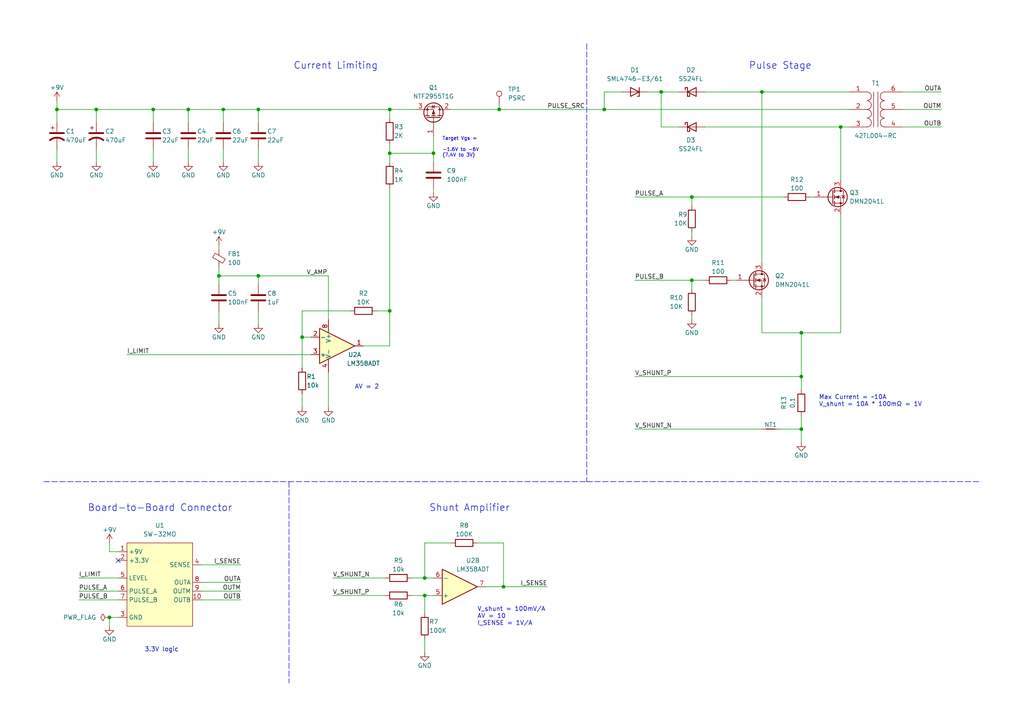
<source format=kicad_sch>
(kicad_sch (version 20211123) (generator eeschema)
  (paper "A4")
  (title_block (title "SW2O1") (date "2022-12-23") (rev "1") (company "saawsm") (comment 3 "SOT-223 Variant") (comment 4 "A single channel e-stim output module for the SW2X driver board"))
  (lib_symbols
    (symbol "Amplifier_Operational:LMC6482" (pin_names (offset 0.127))
      (property "Reference" "U" (at 0 5.08 0))
      (property "Value" "LMC6482" (at 0 -5.08 0))
      (symbol "LMC6482_1_1"
        (polyline (pts (xy -5.08 5.08) (xy 5.08 0) (xy -5.08 -5.08) (xy -5.08 5.08)) (stroke (width 0.254)) (fill (type background)))
        (pin output line (at 7.62 0 180) (length 2.54) (name "~") (number "1"))
        (pin input line (at -7.62 -2.54 0) (length 2.54) (name "-") (number "2"))
        (pin input line (at -7.62 2.54 0) (length 2.54) (name "+") (number "3"))
      )
      (symbol "LMC6482_2_1"
        (polyline (pts (xy -5.08 5.08) (xy 5.08 0) (xy -5.08 -5.08) (xy -5.08 5.08)) (stroke (width 0.254)) (fill (type background)))
        (pin input line (at -7.62 2.54 0) (length 2.54) (name "+") (number "5"))
        (pin input line (at -7.62 -2.54 0) (length 2.54) (name "-") (number "6"))
        (pin output line (at 7.62 0 180) (length 2.54) (name "~") (number "7"))
      )
      (symbol "LMC6482_3_1"
        (pin power_in line (at -2.54 -7.62 90) (length 3.81) (name "V-") (number "4"))
        (pin power_in line (at -2.54 7.62 270) (length 3.81) (name "V+") (number "8"))
      )
    )
    (symbol "Connector:TestPoint" (pin_numbers hide) (pin_names (offset 0.762) hide)
      (property "Reference" "TP" (at 0 6.858 0))
      (property "Value" "TestPoint" (at 0 5.08 0))
      (symbol "TestPoint_0_1"
        (circle (center 0 3.302) (radius 0.762))
      )
      (symbol "TestPoint_1_1"
        (pin passive line (at 0 0 90) (length 2.54) (name "1") (number "1"))
      )
    )
    (symbol "Device:C" (pin_numbers hide) (pin_names (offset 0.254))
      (property "Reference" "C" (at 0.635 2.54 0))
      (property "Value" "C" (at 0.635 -2.54 0))
      (symbol "C_0_1"
        (polyline (pts (xy -2.032 -0.762) (xy 2.032 -0.762)) (stroke (width 0.508)))
        (polyline (pts (xy -2.032 0.762) (xy 2.032 0.762)) (stroke (width 0.508)))
      )
      (symbol "C_1_1"
        (pin passive line (at 0 3.81 270) (length 2.794) (name "~") (number "1"))
        (pin passive line (at 0 -3.81 90) (length 2.794) (name "~") (number "2"))
      )
    )
    (symbol "Device:C_Polarized_US" (pin_numbers hide) (pin_names (offset 0.254) hide)
      (property "Reference" "C" (at 0.635 2.54 0))
      (property "Value" "C_Polarized_US" (at 0.635 -2.54 0))
      (symbol "C_Polarized_US_0_1"
        (polyline (pts (xy -2.032 0.762) (xy 2.032 0.762)) (stroke (width 0.508)))
        (polyline (pts (xy -1.778 2.286) (xy -0.762 2.286)))
        (polyline (pts (xy -1.27 1.778) (xy -1.27 2.794)))
        (arc (start 2.032 -1.27) (mid 0 -0.5572) (end -2.032 -1.27) (stroke (width 0.508)))
      )
      (symbol "C_Polarized_US_1_1"
        (pin passive line (at 0 3.81 270) (length 2.794) (name "~") (number "1"))
        (pin passive line (at 0 -3.81 90) (length 3.302) (name "~") (number "2"))
      )
    )
    (symbol "Device:D_Schottky" (pin_numbers hide) (pin_names (offset 1.016) hide)
      (property "Reference" "D" (at 0 2.54 0))
      (property "Value" "D_Schottky" (at 0 -2.54 0))
      (symbol "D_Schottky_0_1"
        (polyline (pts (xy 1.27 0) (xy -1.27 0)))
        (polyline (pts (xy 1.27 1.27) (xy 1.27 -1.27) (xy -1.27 0) (xy 1.27 1.27)) (stroke (width 0.254)))
        (polyline (pts (xy -1.905 0.635) (xy -1.905 1.27) (xy -1.27 1.27) (xy -1.27 -1.27) (xy -0.635 -1.27) (xy -0.635 -0.635)) (stroke (width 0.254)))
      )
      (symbol "D_Schottky_1_1"
        (pin passive line (at -3.81 0 0) (length 2.54) (name "K") (number "1"))
        (pin passive line (at 3.81 0 180) (length 2.54) (name "A") (number "2"))
      )
    )
    (symbol "Device:D_Zener" (pin_numbers hide) (pin_names (offset 1.016) hide)
      (property "Reference" "D" (at 0 2.54 0))
      (property "Value" "D_Zener" (at 0 -2.54 0))
      (symbol "D_Zener_0_1"
        (polyline (pts (xy 1.27 0) (xy -1.27 0)))
        (polyline (pts (xy -1.27 -1.27) (xy -1.27 1.27) (xy -0.762 1.27)) (stroke (width 0.254)))
        (polyline (pts (xy 1.27 -1.27) (xy 1.27 1.27) (xy -1.27 0) (xy 1.27 -1.27)) (stroke (width 0.254)))
      )
      (symbol "D_Zener_1_1"
        (pin passive line (at -3.81 0 0) (length 2.54) (name "K") (number "1"))
        (pin passive line (at 3.81 0 180) (length 2.54) (name "A") (number "2"))
      )
    )
    (symbol "Device:FerriteBead_Small" (pin_numbers hide) (pin_names (offset 0))
      (property "Reference" "FB" (at 1.905 1.27 0))
      (property "Value" "FerriteBead_Small" (at 1.905 -1.27 0))
      (symbol "FerriteBead_Small_0_1"
        (polyline (pts (xy 0 -1.27) (xy 0 -0.7874)))
        (polyline (pts (xy 0 0.889) (xy 0 1.2954)))
        (polyline (pts (xy -1.8288 0.2794) (xy -1.1176 1.4986) (xy 1.8288 -0.2032) (xy 1.1176 -1.4224) (xy -1.8288 0.2794)))
      )
      (symbol "FerriteBead_Small_1_1"
        (pin passive line (at 0 2.54 270) (length 1.27) (name "~") (number "1"))
        (pin passive line (at 0 -2.54 90) (length 1.27) (name "~") (number "2"))
      )
    )
    (symbol "Device:NetTie_2" (pin_numbers hide) (pin_names (offset 0) hide)
      (property "Reference" "NT" (at 0 1.27 0))
      (property "Value" "NetTie_2" (at 0 -1.27 0))
      (symbol "NetTie_2_0_1"
        (polyline (pts (xy -1.27 0) (xy 1.27 0)) (stroke (width 0.254)))
      )
      (symbol "NetTie_2_1_1"
        (pin passive line (at -2.54 0 0) (length 2.54) (name "1") (number "1"))
        (pin passive line (at 2.54 0 180) (length 2.54) (name "2") (number "2"))
      )
    )
    (symbol "Device:Q_PMOS_GDS" (pin_names (offset 0) hide)
      (property "Reference" "Q" (at 5.08 1.27 0))
      (property "Value" "Q_PMOS_GDS" (at 5.08 -1.27 0))
      (symbol "Q_PMOS_GDS_0_1"
        (polyline (pts (xy 0.254 0) (xy -2.54 0)))
        (polyline (pts (xy 0.254 1.905) (xy 0.254 -1.905)) (stroke (width 0.254)))
        (polyline (pts (xy 0.762 -1.27) (xy 0.762 -2.286)) (stroke (width 0.254)))
        (polyline (pts (xy 0.762 0.508) (xy 0.762 -0.508)) (stroke (width 0.254)))
        (polyline (pts (xy 0.762 2.286) (xy 0.762 1.27)) (stroke (width 0.254)))
        (polyline (pts (xy 2.54 2.54) (xy 2.54 1.778)))
        (polyline (pts (xy 2.54 -2.54) (xy 2.54 0) (xy 0.762 0)))
        (polyline (pts (xy 0.762 1.778) (xy 3.302 1.778) (xy 3.302 -1.778) (xy 0.762 -1.778)))
        (polyline (pts (xy 2.286 0) (xy 1.27 0.381) (xy 1.27 -0.381) (xy 2.286 0)) (fill (type outline)))
        (polyline (pts (xy 2.794 -0.508) (xy 2.921 -0.381) (xy 3.683 -0.381) (xy 3.81 -0.254)))
        (polyline (pts (xy 3.302 -0.381) (xy 2.921 0.254) (xy 3.683 0.254) (xy 3.302 -0.381)))
        (circle (center 1.651 0) (radius 2.794) (stroke (width 0.254)))
        (circle (center 2.54 -1.778) (radius 0.254) (fill (type outline)))
        (circle (center 2.54 1.778) (radius 0.254) (fill (type outline)))
      )
      (symbol "Q_PMOS_GDS_1_1"
        (pin input line (at -5.08 0 0) (length 2.54) (name "G") (number "1"))
        (pin passive line (at 2.54 5.08 270) (length 2.54) (name "D") (number "2"))
        (pin passive line (at 2.54 -5.08 90) (length 2.54) (name "S") (number "3"))
      )
    )
    (symbol "Device:R" (pin_numbers hide) (pin_names (offset 0))
      (property "Reference" "R" (at 2.032 0 90))
      (property "Value" "R" (at 0 0 90))
      (symbol "R_0_1"
        (rectangle (start -1.016 -2.54) (end 1.016 2.54) (stroke (width 0.254)))
      )
      (symbol "R_1_1"
        (pin passive line (at 0 3.81 270) (length 1.27) (name "~") (number "1"))
        (pin passive line (at 0 -3.81 90) (length 1.27) (name "~") (number "2"))
      )
    )
    (symbol "SaawLib:SW-32MO"
      (property "Reference" "J" (at 0 13.97 0))
      (property "Value" "SW-32MO" (at 0 -12.7 0))
      (symbol "SW-32MO_0_1"
        (rectangle (start -10.16 12.7) (end 8.89 -11.43) (fill (type background)))
      )
      (symbol "SW-32MO_1_1"
        (pin power_in line (at -12.7 10.16 0) (length 2.54) (name "+9V") (number "1"))
        (pin power_out line (at 11.43 -3.81 180) (length 2.54) (name "OUTB") (number "10"))
        (pin power_in line (at -12.7 7.62 0) (length 2.54) (name "+3.3V") (number "2"))
        (pin power_in line (at -12.7 -8.89 0) (length 2.54) (name "GND") (number "3"))
        (pin bidirectional line (at 11.43 6.35 180) (length 2.54) (name "SENSE") (number "4"))
        (pin bidirectional line (at -12.7 2.54 0) (length 2.54) (name "LEVEL") (number "5"))
        (pin bidirectional line (at -12.7 -1.27 0) (length 2.54) (name "PULSE_A") (number "6"))
        (pin bidirectional line (at -12.7 -3.81 0) (length 2.54) (name "PULSE_B") (number "7"))
        (pin power_out line (at 11.43 1.27 180) (length 2.54) (name "OUTA") (number "8"))
        (pin power_out line (at 11.43 -1.27 180) (length 2.54) (name "OUTM") (number "9"))
      )
    )
    (symbol "SaawLib:Transformer_SP_SS" (pin_names hide)
      (property "Reference" "T" (at 0 10.16 0))
      (property "Value" "Transformer_SP_SS" (at 0 7.62 0))
      (symbol "Transformer_SP_SS_0_1"
        (arc (start -2.54 -5.0546) (mid -1.6561 -4.6863) (end -1.27 -3.81))
        (arc (start -2.54 -2.5146) (mid -1.6561 -2.1463) (end -1.27 -1.27))
        (arc (start -2.54 0.0254) (mid -1.6561 0.3937) (end -1.27 1.27))
        (arc (start -2.54 2.5654) (mid -1.6561 2.9337) (end -1.27 3.81))
        (arc (start -1.27 -3.81) (mid -1.642 -2.912) (end -2.54 -2.54))
        (arc (start -1.27 -1.27) (mid -1.642 -0.372) (end -2.54 0))
        (arc (start -1.27 1.27) (mid -1.642 2.168) (end -2.54 2.54))
        (arc (start -1.27 3.81) (mid -1.642 4.708) (end -2.54 5.08))
        (polyline (pts (xy -0.635 5.08) (xy -0.635 -5.08)))
        (polyline (pts (xy 0.635 -5.08) (xy 0.635 5.08)))
        (arc (start 1.2954 -1.27) (mid 1.6599 -2.1501) (end 2.54 -2.5146))
        (arc (start 1.2954 1.27) (mid 1.6599 0.3899) (end 2.54 0.0254))
        (arc (start 1.2954 3.81) (mid 1.6599 2.9299) (end 2.54 2.5654))
        (arc (start 1.3208 -3.81) (mid 1.6853 -4.6901) (end 2.5654 -5.0546))
        (arc (start 2.54 0) (mid 1.6456 -0.3683) (end 1.2954 -1.27))
        (arc (start 2.54 2.54) (mid 1.6456 2.1717) (end 1.2954 1.27))
        (arc (start 2.54 5.08) (mid 1.6456 4.7117) (end 1.2954 3.81))
        (arc (start 2.5654 -2.54) (mid 1.671 -2.9083) (end 1.3208 -3.81))
      )
      (symbol "Transformer_SP_SS_1_1"
        (pin passive line (at -7.62 5.08 0) (length 5.08) (name "PR1") (number "1"))
        (pin passive line (at -7.62 0 0) (length 5.08) (name "PM") (number "2"))
        (pin passive line (at -7.62 -5.08 0) (length 5.08) (name "PR2") (number "3"))
        (pin passive line (at 7.62 -5.08 180) (length 5.08) (name "S1") (number "4"))
        (pin passive line (at 7.62 0 180) (length 5.08) (name "SM") (number "5"))
        (pin passive line (at 7.62 5.08 180) (length 5.08) (name "S2") (number "6"))
      )
    )
    (symbol "Transistor_FET:DMN2041L" (pin_names hide)
      (property "Reference" "Q" (at 5.08 1.905 0))
      (property "Value" "DMN2041L" (at 5.08 0 0))
      (symbol "DMN2041L_0_1"
        (polyline (pts (xy 0.254 0) (xy -2.54 0)))
        (polyline (pts (xy 0.254 1.905) (xy 0.254 -1.905)) (stroke (width 0.254)))
        (polyline (pts (xy 0.762 -1.27) (xy 0.762 -2.286)) (stroke (width 0.254)))
        (polyline (pts (xy 0.762 0.508) (xy 0.762 -0.508)) (stroke (width 0.254)))
        (polyline (pts (xy 0.762 2.286) (xy 0.762 1.27)) (stroke (width 0.254)))
        (polyline (pts (xy 2.54 2.54) (xy 2.54 1.778)))
        (polyline (pts (xy 2.54 -2.54) (xy 2.54 0) (xy 0.762 0)))
        (polyline (pts (xy 0.762 -1.778) (xy 3.302 -1.778) (xy 3.302 1.778) (xy 0.762 1.778)))
        (polyline (pts (xy 1.016 0) (xy 2.032 0.381) (xy 2.032 -0.381) (xy 1.016 0)) (fill (type outline)))
        (polyline (pts (xy 2.794 0.508) (xy 2.921 0.381) (xy 3.683 0.381) (xy 3.81 0.254)))
        (polyline (pts (xy 3.302 0.381) (xy 2.921 -0.254) (xy 3.683 -0.254) (xy 3.302 0.381)))
        (circle (center 1.651 0) (radius 2.794) (stroke (width 0.254)))
        (circle (center 2.54 -1.778) (radius 0.254) (fill (type outline)))
        (circle (center 2.54 1.778) (radius 0.254) (fill (type outline)))
      )
      (symbol "DMN2041L_1_1"
        (pin input line (at -5.08 0 0) (length 2.54) (name "G") (number "1"))
        (pin passive line (at 2.54 -5.08 90) (length 2.54) (name "S") (number "2"))
        (pin passive line (at 2.54 5.08 270) (length 2.54) (name "D") (number "3"))
      )
    )
    (symbol "power:+9V" (power) (pin_names (offset 0))
      (property "Value" "+9V" (at 0 3.556 0))
      (symbol "+9V_0_1"
        (polyline (pts (xy -0.762 1.27) (xy 0 2.54)))
        (polyline (pts (xy 0 0) (xy 0 2.54)))
        (polyline (pts (xy 0 2.54) (xy 0.762 1.27)))
      )
      (symbol "+9V_1_1"
        (pin power_in line (at 0 0 90) (length 0) hide (name "+9V") (number "1"))
      )
    )
    (symbol "power:GND" (power) (pin_names (offset 0))
      (property "Value" "GND" (at 0 -3.81 0))
      (symbol "GND_0_1"
        (polyline (pts (xy 0 0) (xy 0 -1.27) (xy 1.27 -1.27) (xy 0 -2.54) (xy -1.27 -1.27) (xy 0 -1.27)))
      )
      (symbol "GND_1_1"
        (pin power_in line (at 0 0 270) (length 0) hide (name "GND") (number "1"))
      )
    )
    (symbol "power:PWR_FLAG" (power) (pin_numbers hide) (pin_names (offset 0) hide)
      (property "Value" "PWR_FLAG" (at 0 3.81 0))
      (symbol "PWR_FLAG_0_0"
        (pin power_out line (at 0 0 90) (length 0) (name "pwr") (number "1"))
      )
      (symbol "PWR_FLAG_0_1"
        (polyline (pts (xy 0 0) (xy 0 1.27) (xy -1.016 1.905) (xy 0 2.54) (xy 1.016 1.905) (xy 0 1.27)))
      )
    )
  )
  (junction (at 74.93 80.01))
  (junction (at 232.41 124.46))
  (junction (at 113.03 44.45))
  (junction (at 44.45 31.75))
  (junction (at 16.51 31.75))
  (junction (at 123.19 167.64))
  (junction (at 146.05 170.18))
  (junction (at 54.61 31.75))
  (junction (at 74.93 31.75))
  (junction (at 113.03 90.17))
  (junction (at 144.78 31.75))
  (junction (at 113.03 31.75))
  (junction (at 200.66 57.15))
  (junction (at 64.77 31.75))
  (junction (at 232.41 96.52))
  (junction (at 200.66 81.28))
  (junction (at 191.77 26.67))
  (junction (at 123.19 172.72))
  (junction (at 232.41 109.22))
  (junction (at 31.75 179.07))
  (junction (at 175.26 31.75))
  (junction (at 220.98 26.67))
  (junction (at 125.73 44.45))
  (junction (at 27.94 31.75))
  (junction (at 63.5 80.01))
  (junction (at 243.84 36.83))
  (junction (at 87.63 97.79))
  (no_connect (at 34.29 162.56))
  (wire (pts (xy 74.93 80.01) (xy 95.25 80.01)))
  (wire (pts (xy 273.05 36.83) (xy 261.62 36.83)))
  (wire (pts (xy 232.41 120.65) (xy 232.41 124.46)))
  (wire (pts (xy 34.29 160.02) (xy 31.75 160.02)))
  (wire (pts (xy 63.5 90.17) (xy 63.5 93.98)))
  (wire (pts (xy 140.97 170.18) (xy 146.05 170.18)))
  (wire (pts (xy 74.93 82.55) (xy 74.93 80.01)))
  (wire (pts (xy 54.61 31.75) (xy 64.77 31.75)))
  (wire (pts (xy 69.85 173.99) (xy 58.42 173.99)))
  (wire (pts (xy 200.66 57.15) (xy 200.66 59.69)))
  (wire (pts (xy 220.98 26.67) (xy 246.38 26.67)))
  (wire (pts (xy 200.66 67.31) (xy 200.66 68.58)))
  (wire (pts (xy 212.09 81.28) (xy 213.36 81.28)))
  (wire (pts (xy 63.5 80.01) (xy 63.5 82.55)))
  (wire (pts (xy 123.19 167.64) (xy 125.73 167.64)))
  (wire (pts (xy 64.77 43.18) (xy 64.77 46.99)))
  (wire (pts (xy 69.85 168.91) (xy 58.42 168.91)))
  (wire (pts (xy 113.03 54.61) (xy 113.03 90.17)))
  (wire (pts (xy 119.38 172.72) (xy 123.19 172.72)))
  (wire (pts (xy 16.51 29.21) (xy 16.51 31.75)))
  (wire (pts (xy 191.77 26.67) (xy 196.85 26.67)))
  (wire (pts (xy 200.66 57.15) (xy 227.33 57.15)))
  (wire (pts (xy 74.93 35.56) (xy 74.93 31.75)))
  (wire (pts (xy 113.03 90.17) (xy 113.03 100.33)))
  (wire (pts (xy 44.45 31.75) (xy 44.45 35.56)))
  (wire (pts (xy 220.98 96.52) (xy 232.41 96.52)))
  (wire (pts (xy 125.73 44.45) (xy 125.73 46.99)))
  (wire (pts (xy 31.75 181.61) (xy 31.75 179.07)))
  (wire (pts (xy 200.66 91.44) (xy 200.66 92.71)))
  (wire (pts (xy 273.05 26.67) (xy 261.62 26.67)))
  (wire (pts (xy 27.94 31.75) (xy 44.45 31.75)))
  (wire (pts (xy 232.41 124.46) (xy 232.41 128.27)))
  (wire (pts (xy 123.19 172.72) (xy 125.73 172.72)))
  (wire (pts (xy 27.94 31.75) (xy 27.94 35.56)))
  (wire (pts (xy 109.22 90.17) (xy 113.03 90.17)))
  (wire (pts (xy 105.41 100.33) (xy 113.03 100.33)))
  (wire (pts (xy 123.19 157.48) (xy 123.19 167.64)))
  (wire (pts (xy 95.25 107.95) (xy 95.25 118.11)))
  (wire (pts (xy 22.86 167.64) (xy 34.29 167.64)))
  (wire (pts (xy 196.85 36.83) (xy 191.77 36.83)))
  (wire (pts (xy 273.05 31.75) (xy 261.62 31.75)))
  (wire (pts (xy 22.86 171.45) (xy 34.29 171.45)))
  (wire (pts (xy 63.5 71.12) (xy 63.5 72.39)))
  (wire (pts (xy 184.15 109.22) (xy 232.41 109.22)))
  (polyline (pts (xy 170.18 12.7) (xy 170.18 139.7)))
  (wire (pts (xy 220.98 26.67) (xy 220.98 76.2)))
  (wire (pts (xy 36.83 102.87) (xy 90.17 102.87)))
  (wire (pts (xy 63.5 77.47) (xy 63.5 80.01)))
  (wire (pts (xy 123.19 185.42) (xy 123.19 189.23)))
  (wire (pts (xy 232.41 109.22) (xy 232.41 113.03)))
  (wire (pts (xy 146.05 170.18) (xy 158.75 170.18)))
  (wire (pts (xy 175.26 31.75) (xy 246.38 31.75)))
  (wire (pts (xy 31.75 179.07) (xy 34.29 179.07)))
  (wire (pts (xy 96.52 172.72) (xy 111.76 172.72)))
  (wire (pts (xy 74.93 43.18) (xy 74.93 46.99)))
  (wire (pts (xy 191.77 36.83) (xy 191.77 26.67)))
  (wire (pts (xy 232.41 96.52) (xy 232.41 109.22)))
  (wire (pts (xy 184.15 57.15) (xy 200.66 57.15)))
  (wire (pts (xy 113.03 44.45) (xy 113.03 46.99)))
  (wire (pts (xy 87.63 114.3) (xy 87.63 118.11)))
  (wire (pts (xy 281.94 219.71) (xy 283.21 219.71)))
  (wire (pts (xy 113.03 41.91) (xy 113.03 44.45)))
  (wire (pts (xy 204.47 36.83) (xy 243.84 36.83)))
  (wire (pts (xy 87.63 90.17) (xy 87.63 97.79)))
  (wire (pts (xy 119.38 167.64) (xy 123.19 167.64)))
  (wire (pts (xy 144.78 31.75) (xy 175.26 31.75)))
  (wire (pts (xy 74.93 90.17) (xy 74.93 93.98)))
  (wire (pts (xy 281.94 224.79) (xy 289.56 224.79)))
  (wire (pts (xy 96.52 167.64) (xy 111.76 167.64)))
  (wire (pts (xy 54.61 31.75) (xy 54.61 35.56)))
  (wire (pts (xy 74.93 31.75) (xy 113.03 31.75)))
  (wire (pts (xy 187.96 26.67) (xy 191.77 26.67)))
  (wire (pts (xy 16.51 31.75) (xy 27.94 31.75)))
  (wire (pts (xy 243.84 36.83) (xy 246.38 36.83)))
  (wire (pts (xy 54.61 43.18) (xy 54.61 46.99)))
  (wire (pts (xy 130.81 31.75) (xy 144.78 31.75)))
  (wire (pts (xy 243.84 62.23) (xy 243.84 96.52)))
  (wire (pts (xy 64.77 31.75) (xy 74.93 31.75)))
  (wire (pts (xy 200.66 81.28) (xy 204.47 81.28)))
  (wire (pts (xy 200.66 81.28) (xy 200.66 83.82)))
  (wire (pts (xy 16.51 43.18) (xy 16.51 46.99)))
  (wire (pts (xy 125.73 54.61) (xy 125.73 55.88)))
  (wire (pts (xy 175.26 26.67) (xy 175.26 31.75)))
  (wire (pts (xy 31.75 157.48) (xy 31.75 160.02)))
  (wire (pts (xy 64.77 31.75) (xy 64.77 35.56)))
  (wire (pts (xy 44.45 43.18) (xy 44.45 46.99)))
  (polyline (pts (xy 83.82 139.7) (xy 83.82 198.12)))
  (wire (pts (xy 87.63 97.79) (xy 90.17 97.79)))
  (wire (pts (xy 123.19 172.72) (xy 123.19 177.8)))
  (wire (pts (xy 232.41 96.52) (xy 243.84 96.52)))
  (wire (pts (xy 226.06 124.46) (xy 232.41 124.46)))
  (wire (pts (xy 16.51 31.75) (xy 16.51 35.56)))
  (wire (pts (xy 243.84 36.83) (xy 243.84 52.07)))
  (polyline (pts (xy 170.18 139.7) (xy 284.48 139.7)))
  (wire (pts (xy 101.6 90.17) (xy 87.63 90.17)))
  (wire (pts (xy 220.98 86.36) (xy 220.98 96.52)))
  (wire (pts (xy 138.43 157.48) (xy 146.05 157.48)))
  (wire (pts (xy 283.21 219.71) (xy 283.21 218.44)))
  (wire (pts (xy 69.85 171.45) (xy 58.42 171.45)))
  (wire (pts (xy 184.15 81.28) (xy 200.66 81.28)))
  (wire (pts (xy 234.95 57.15) (xy 236.22 57.15)))
  (wire (pts (xy 58.42 163.83) (xy 69.85 163.83)))
  (wire (pts (xy 130.81 157.48) (xy 123.19 157.48)))
  (wire (pts (xy 144.78 30.48) (xy 144.78 31.75)))
  (polyline (pts (xy 12.7 139.7) (xy 170.18 139.7)))
  (wire (pts (xy 113.03 31.75) (xy 113.03 34.29)))
  (wire (pts (xy 63.5 80.01) (xy 74.93 80.01)))
  (wire (pts (xy 125.73 44.45) (xy 113.03 44.45)))
  (wire (pts (xy 87.63 97.79) (xy 87.63 106.68)))
  (wire (pts (xy 95.25 80.01) (xy 95.25 92.71)))
  (wire (pts (xy 204.47 26.67) (xy 220.98 26.67)))
  (wire (pts (xy 44.45 31.75) (xy 54.61 31.75)))
  (wire (pts (xy 146.05 157.48) (xy 146.05 170.18)))
  (wire (pts (xy 180.34 26.67) (xy 175.26 26.67)))
  (wire (pts (xy 184.15 124.46) (xy 220.98 124.46)))
  (wire (pts (xy 27.94 43.18) (xy 27.94 46.99)))
  (wire (pts (xy 22.86 173.99) (xy 34.29 173.99)))
  (wire (pts (xy 113.03 31.75) (xy 120.65 31.75)))
  (wire (pts (xy 125.73 39.37) (xy 125.73 44.45)))
  (text "Max Current = ~10A\nV_shunt = 10A * 100mΩ = 1V" (at 237.49 118.11 0) (effects (font (size 1.27 1.27)) (justify left bottom)))
  (text "Board-to-Board Connector" (at 25.4 148.59 0) (effects (font (size 2 2)) (justify left bottom)))
  (text "V_shunt = 100mV/A\nAV = 10\nI_SENSE = 1V/A" (at 138.43 181.61 0) (effects (font (size 1.27 1.27)) (justify left bottom)))
  (text "AV = 2" (at 102.87 113.03 0) (effects (font (size 1.27 1.27)) (justify left bottom)))
  (text "Shunt Amplifier" (at 124.46 148.59 0) (effects (font (size 2 2)) (justify left bottom)))
  (text "Pulse Stage" (at 217.17 20.32 0) (effects (font (size 2 2)) (justify left bottom)))
  (text "Target Vgs = \n\n-1.6V to -6V\n(7.4V to 3V)" (at 128.27 45.72 0) (effects (font (size 1 1)) (justify left bottom)))
  (text "Current Limiting" (at 85.09 20.32 0) (effects (font (size 2 2)) (justify left bottom)))
  (text "3.3V logic" (at 41.91 189.23 0) (effects (font (size 1.27 1.27)) (justify left bottom)))
  (label "OUTA" (at 69.85 168.91 180))
  (label "I_LIMIT" (at 22.86 167.64 0))
  (label "OUTA" (at 273.05 26.67 180))
  (label "PULSE_A" (at 184.15 57.15 0))
  (label "V_SHUNT_P" (at 184.15 109.22 0))
  (label "OUTM" (at 273.05 31.75 180))
  (label "V_SHUNT_N" (at 184.15 124.46 0))
  (label "OUTB" (at 69.85 173.99 180))
  (label "PULSE_B" (at 22.86 173.99 0))
  (label "I_SENSE" (at 158.75 170.18 180))
  (label "V_AMP" (at 88.9 80.01 0))
  (label "PULSE_B" (at 184.15 81.28 0))
  (label "I_SENSE" (at 69.85 163.83 180))
  (label "OUTB" (at 273.05 36.83 180))
  (label "V_AMP" (at 289.56 224.79 180))
  (label "PULSE_A" (at 22.86 171.45 0))
  (label "V_SHUNT_N" (at 96.52 167.64 0))
  (label "OUTM" (at 69.85 171.45 180))
  (label "I_LIMIT" (at 36.83 102.87 0))
  (label "PULSE_SRC" (at 158.75 31.75 0))
  (label "V_SHUNT_P" (at 96.52 172.72 0))
  (symbol (lib_id "Device:C") (at 64.77 39.37 0) (unit 1)
    (property "Reference" "C6" (at 67.31 38.1 0) (effects (justify left)))
    (property "Value" "22uF" (at 67.31 40.64 0) (effects (justify left)))
    (property "Footprint" "Capacitor_SMD:C_1210_3225Metric" (effects hide))
    (property "MPN" "CL32A226KAJNNNE" (effects hide))
  )
  (symbol (lib_id "Device:NetTie_2") (at 223.52 124.46 0) (unit 1) (in_bom no)
    (property "Reference" "NT1" (at 223.52 123.19 0))
    (property "Value" "0.5 mm" (effects hide))
    (property "Footprint" "NetTie:NetTie-2_SMD_Pad0.5mm" (effects hide))
  )
  (symbol (lib_id "Device:R") (at 87.63 110.49 0) (unit 1)
    (property "Reference" "R1" (at 88.9 109.22 0) (effects (justify left)))
    (property "Value" "10k" (at 88.9 111.76 0) (effects (justify left)))
    (property "Footprint" "Resistor_SMD:R_0603_1608Metric" (effects hide))
    (property "MPN" "RC0603FR-0710KL" (effects hide))
  )
  (symbol (lib_id "Device:Q_PMOS_GDS") (at 125.73 34.29 270) (mirror x) (unit 1)
    (property "Reference" "Q1" (at 125.73 25.4 90))
    (property "Value" "NTF2955T1G" (at 125.73 27.94 90))
    (property "Footprint" "Package_TO_SOT_SMD:SOT-223-3_TabPin2" (effects hide))
    (property "Datasheet" "https://au.mouser.com/datasheet/2/308/1/NTF2955_D-2318911.pdf" (effects hide))
    (property "MPN" "NTF2955T1G" (effects hide))
  )
  (symbol (lib_id "Device:D_Zener") (at 184.15 26.67 180) (unit 1)
    (property "Reference" "D1" (at 184.15 20.32 0))
    (property "Value" "SML4746-E3/61" (at 184.15 22.86 0))
    (property "Footprint" "Diode_SMD:D_SMA" (effects hide))
    (property "MPN" "SML4746-E3/61" (effects hide))
  )
  (symbol (lib_id "power:GND") (at 16.51 46.99 0) (unit 1)
    (property "Reference" "#PWR02" (effects hide))
    (property "Value" "GND" (at 16.51 50.8 0))
  )
  (symbol (lib_id "power:GND") (at 200.66 92.71 0) (unit 1)
    (property "Reference" "#PWR018" (effects hide))
    (property "Value" "GND" (at 200.66 96.52 0))
  )
  (symbol (lib_id "SaawLib:Transformer_SP_SS") (at 254 31.75 0) (unit 1)
    (property "Reference" "T1" (at 254 24.13 0))
    (property "Value" "42TL004-RC" (at 254 39.37 0))
    (property "Footprint" "SaawLib:42TL" (effects hide))
    (property "Datasheet" "https://au.mouser.com/datasheet/2/449/Yuetone_XC-600127-1212403.pdf" (effects hide))
    (property "MPN" "42TL004-RC" (effects hide))
  )
  (symbol (lib_id "Device:R") (at 232.41 116.84 0) (unit 1)
    (property "Reference" "R13" (at 227.33 116.84 90))
    (property "Value" "0.1" (at 229.87 116.84 90))
    (property "Footprint" "Resistor_SMD:R_1206_3216Metric" (effects hide))
    (property "MPN" "ERJ-8BWFR100V" (effects hide))
  )
  (symbol (lib_id "power:GND") (at 200.66 68.58 0) (unit 1)
    (property "Reference" "#PWR017" (effects hide))
    (property "Value" "GND" (at 200.66 72.39 0))
  )
  (symbol (lib_id "Transistor_FET:DMN2041L") (at 241.3 57.15 0) (unit 1)
    (property "Reference" "Q3" (at 246.38 55.88 0) (effects (justify left)))
    (property "Value" "DMN2041L" (at 246.38 58.42 0) (effects (justify left)))
    (property "Footprint" "Package_TO_SOT_SMD:SOT-23" (effects hide))
    (property "Datasheet" "https://www.diodes.com/assets/Datasheets/products_inactive_data/DMN2041L.pdf" (effects hide))
    (property "MPN" "DMN2041L" (effects hide))
  )
  (symbol (lib_id "Device:C") (at 63.5 86.36 0) (unit 1)
    (property "Reference" "C5" (at 66.04 85.09 0) (effects (justify left)))
    (property "Value" "100nF" (at 66.04 87.63 0) (effects (justify left)))
    (property "Footprint" "Capacitor_SMD:C_0603_1608Metric" (effects hide))
    (property "MPN" "CL10B104KB8NNWC" (effects hide))
  )
  (symbol (lib_id "Device:R") (at 115.57 167.64 90) (unit 1)
    (property "Reference" "R5" (at 115.57 162.56 90))
    (property "Value" "10k" (at 115.57 165.1 90))
    (property "Footprint" "Resistor_SMD:R_0603_1608Metric" (effects hide))
    (property "MPN" "RC0603FR-0710KL" (effects hide))
  )
  (symbol (lib_id "Device:C") (at 44.45 39.37 0) (unit 1)
    (property "Reference" "C3" (at 46.99 38.1 0) (effects (justify left)))
    (property "Value" "22uF" (at 46.99 40.64 0) (effects (justify left)))
    (property "Footprint" "Capacitor_SMD:C_1210_3225Metric" (effects hide))
    (property "MPN" "CL32A226KAJNNNE" (effects hide))
  )
  (symbol (lib_id "Transistor_FET:DMN2041L") (at 218.44 81.28 0) (unit 1)
    (property "Reference" "Q2" (at 224.79 80.01 0) (effects (justify left)))
    (property "Value" "DMN2041L" (at 224.79 82.55 0) (effects (justify left)))
    (property "Footprint" "Package_TO_SOT_SMD:SOT-23" (effects hide))
    (property "Datasheet" "https://www.diodes.com/assets/Datasheets/products_inactive_data/DMN2041L.pdf" (effects hide))
    (property "MPN" "DMN2041L" (effects hide))
  )
  (symbol (lib_id "power:PWR_FLAG") (at 31.75 179.07 90) (unit 1)
    (property "Reference" "#FLG01" (effects hide))
    (property "Value" "PWR_FLAG" (at 27.94 179.0699 90) (effects (justify left)))
  )
  (symbol (lib_id "power:GND") (at 87.63 118.11 0) (unit 1)
    (property "Reference" "#PWR013" (effects hide))
    (property "Value" "GND" (at 87.63 121.92 0))
  )
  (symbol (lib_id "Device:D_Schottky") (at 200.66 36.83 0) (unit 1)
    (property "Reference" "D3" (at 200.3425 40.64 0))
    (property "Value" "SS24FL" (at 200.3425 43.18 0))
    (property "Footprint" "Diode_SMD:D_SOD-123F" (effects hide))
    (property "MPN" "SS24FL" (effects hide))
    (property "MOUSER" "512-SS24FL" (effects hide))
    (property "LCSC" "C894433" (effects hide))
  )
  (symbol (lib_id "Device:R") (at 200.66 63.5 0) (unit 1)
    (property "Reference" "R9" (at 199.39 62.23 0) (effects (justify right)))
    (property "Value" "10K" (at 199.39 64.77 0) (effects (justify right)))
    (property "Footprint" "Resistor_SMD:R_0603_1608Metric" (effects hide))
    (property "MPN" "RC0603FR-0710KL" (effects hide))
  )
  (symbol (lib_id "Device:FerriteBead_Small") (at 63.5 74.93 0) (unit 1)
    (property "Reference" "FB1" (at 66.04 73.6218 0) (effects (justify left)))
    (property "Value" "100" (at 66.04 76.1618 0) (effects (justify left)))
    (property "Footprint" "Resistor_SMD:R_0603_1608Metric" (effects hide))
    (property "MPN" "BLM18KG101TN1D" (effects hide))
  )
  (symbol (lib_id "SaawLib:SW-32MO") (at 46.99 170.18 0) (unit 1) (in_bom no)
    (property "Reference" "U1" (at 46.355 152.4 0))
    (property "Value" "SW-32MO" (at 46.355 154.94 0))
    (property "Footprint" "SaawLib:SW32-MO_Header" (effects hide))
  )
  (symbol (lib_id "Device:R") (at 208.28 81.28 270) (unit 1)
    (property "Reference" "R11" (at 208.28 76.2 90))
    (property "Value" "100" (at 208.28 78.74 90))
    (property "Footprint" "Resistor_SMD:R_0603_1608Metric" (effects hide))
    (property "MPN" "RC0603FR-07100RL" (effects hide))
  )
  (symbol (lib_id "power:GND") (at 44.45 46.99 0) (unit 1)
    (property "Reference" "#PWR06" (effects hide))
    (property "Value" "GND" (at 44.45 50.8 0))
  )
  (symbol (lib_id "power:GND") (at 64.77 46.99 0) (unit 1)
    (property "Reference" "#PWR010" (effects hide))
    (property "Value" "GND" (at 64.77 50.8 0))
  )
  (symbol (lib_id "Device:R") (at 134.62 157.48 90) (unit 1)
    (property "Reference" "R8" (at 134.62 152.4 90))
    (property "Value" "100K" (at 134.62 154.94 90))
    (property "Footprint" "Resistor_SMD:R_0603_1608Metric" (effects hide))
    (property "MPN" "RC0603FR-07100KL" (effects hide))
  )
  (symbol (lib_id "power:+9V") (at 63.5 71.12 0) (unit 1)
    (property "Reference" "#PWR08" (effects hide))
    (property "Value" "+9V" (at 63.5 67.31 0))
  )
  (symbol (lib_id "Device:R") (at 231.14 57.15 270) (unit 1)
    (property "Reference" "R12" (at 231.14 52.07 90))
    (property "Value" "100" (at 231.14 54.61 90))
    (property "Footprint" "Resistor_SMD:R_0603_1608Metric" (effects hide))
    (property "MPN" "RC0603FR-07100RL" (effects hide))
  )
  (symbol (lib_id "Device:C") (at 74.93 86.36 0) (unit 1)
    (property "Reference" "C8" (at 77.47 85.09 0) (effects (justify left)))
    (property "Value" "1uF" (at 77.47 87.63 0) (effects (justify left)))
    (property "Footprint" "Capacitor_SMD:C_0603_1608Metric" (effects hide))
    (property "MPN" "CL10B105KA8NFNC" (effects hide))
  )
  (symbol (lib_id "power:+9V") (at 283.21 218.44 0) (unit 1)
    (property "Reference" "#PWR020" (effects hide))
    (property "Value" "+9V" (at 283.21 214.63 0))
  )
  (symbol (lib_id "power:GND") (at 74.93 46.99 0) (unit 1)
    (property "Reference" "#PWR011" (effects hide))
    (property "Value" "GND" (at 74.93 50.8 0))
  )
  (symbol (lib_id "Device:R") (at 105.41 90.17 270) (unit 1)
    (property "Reference" "R2" (at 105.41 85.09 90))
    (property "Value" "10K" (at 105.41 87.63 90))
    (property "Footprint" "Resistor_SMD:R_0603_1608Metric" (effects hide))
    (property "MPN" "RC0603FR-0710KL" (effects hide))
  )
  (symbol (lib_id "power:PWR_FLAG") (at 281.94 224.79 90) (unit 1)
    (property "Reference" "#FLG03" (effects hide))
    (property "Value" "PWR_FLAG" (at 278.13 224.7899 90) (effects (justify left)))
  )
  (symbol (lib_id "Device:C") (at 54.61 39.37 0) (unit 1)
    (property "Reference" "C4" (at 57.15 38.1 0) (effects (justify left)))
    (property "Value" "22uF" (at 57.15 40.64 0) (effects (justify left)))
    (property "Footprint" "Capacitor_SMD:C_1210_3225Metric" (effects hide))
    (property "MPN" "CL32A226KAJNNNE" (effects hide))
  )
  (symbol (lib_id "Connector:TestPoint") (at 144.78 30.48 0) (unit 1) (in_bom no)
    (property "Reference" "TP1" (at 147.32 25.9079 0) (effects (justify left)))
    (property "Value" "PSRC" (at 147.32 28.4479 0) (effects (justify left)))
    (property "Footprint" "TestPoint:TestPoint_Pad_D1.5mm" (effects hide))
  )
  (symbol (lib_id "Device:C") (at 74.93 39.37 0) (unit 1)
    (property "Reference" "C7" (at 77.47 38.1 0) (effects (justify left)))
    (property "Value" "22uF" (at 77.47 40.64 0) (effects (justify left)))
    (property "Footprint" "Capacitor_SMD:C_1210_3225Metric" (effects hide))
    (property "MPN" "CL32A226KAJNNNE" (effects hide))
  )
  (symbol (lib_id "power:GND") (at 63.5 93.98 0) (unit 1)
    (property "Reference" "#PWR09" (effects hide))
    (property "Value" "GND" (at 63.5 97.79 0))
  )
  (symbol (lib_id "power:GND") (at 125.73 55.88 0) (unit 1)
    (property "Reference" "#PWR016" (effects hide))
    (property "Value" "GND" (at 125.73 59.69 0))
  )
  (symbol (lib_id "Device:C_Polarized_US") (at 16.51 39.37 0) (unit 1)
    (property "Reference" "C1" (at 19.05 38.1 0) (effects (justify left)))
    (property "Value" "470uF" (at 19.05 40.64 0) (effects (justify left)))
    (property "Footprint" "Capacitor_THT:CP_Radial_D8.0mm_P3.50mm" (effects hide))
    (property "MPN" "477CKE016M" (effects hide))
  )
  (symbol (lib_id "Amplifier_Operational:LMC6482") (at 97.79 100.33 0) (unit 3)
    (property "Reference" "U2" (effects hide))
    (property "Value" "LM358ADT" (effects hide))
    (property "Footprint" "Package_SO:SOIC-8_3.9x4.9mm_P1.27mm" (effects hide))
    (property "MPN" "LM358ADT" (effects hide))
  )
  (symbol (lib_id "power:PWR_FLAG") (at 281.94 219.71 90) (unit 1)
    (property "Reference" "#FLG02" (effects hide))
    (property "Value" "PWR_FLAG" (at 274.32 219.71 90))
  )
  (symbol (lib_id "power:+9V") (at 31.75 157.48 0) (unit 1)
    (property "Reference" "#PWR04" (effects hide))
    (property "Value" "+9V" (at 31.75 153.67 0))
  )
  (symbol (lib_id "Device:R") (at 123.19 181.61 0) (unit 1)
    (property "Reference" "R7" (at 124.46 180.34 0) (effects (justify left)))
    (property "Value" "100K" (at 124.46 182.88 0) (effects (justify left)))
    (property "Footprint" "Resistor_SMD:R_0603_1608Metric" (effects hide))
    (property "MPN" "RC0603FR-07100KL" (effects hide))
  )
  (symbol (lib_id "power:+9V") (at 16.51 29.21 0) (unit 1)
    (property "Reference" "#PWR01" (effects hide))
    (property "Value" "+9V" (at 16.51 25.4 0))
  )
  (symbol (lib_id "power:GND") (at 95.25 118.11 0) (unit 1)
    (property "Reference" "#PWR014" (effects hide))
    (property "Value" "GND" (at 95.25 121.92 0))
  )
  (symbol (lib_id "power:GND") (at 232.41 128.27 0) (unit 1)
    (property "Reference" "#PWR019" (effects hide))
    (property "Value" "GND" (at 232.41 132.08 0))
  )
  (symbol (lib_id "power:GND") (at 27.94 46.99 0) (unit 1)
    (property "Reference" "#PWR03" (effects hide))
    (property "Value" "GND" (at 27.94 50.8 0))
  )
  (symbol (lib_id "power:GND") (at 74.93 93.98 0) (unit 1)
    (property "Reference" "#PWR012" (effects hide))
    (property "Value" "GND" (at 74.93 97.79 0))
  )
  (symbol (lib_id "Device:R") (at 113.03 50.8 180) (unit 1)
    (property "Reference" "R4" (at 114.3 49.53 0) (effects (justify right)))
    (property "Value" "1K" (at 114.3 52.07 0) (effects (justify right)))
    (property "Footprint" "Resistor_SMD:R_0603_1608Metric" (effects hide))
    (property "MPN" "RC0603FR-071KL" (effects hide))
  )
  (symbol (lib_id "power:GND") (at 31.75 181.61 0) (unit 1)
    (property "Reference" "#PWR05" (effects hide))
    (property "Value" "GND" (at 31.75 185.42 0))
  )
  (symbol (lib_id "Amplifier_Operational:LMC6482") (at 133.35 170.18 0) (mirror x) (unit 2)
    (property "Reference" "U2" (at 137.16 162.56 0))
    (property "Value" "LM358ADT" (at 137.16 165.1 0))
    (property "Footprint" "Package_SO:SOIC-8_3.9x4.9mm_P1.27mm" (effects hide))
    (property "MPN" "LM358ADT" (effects hide))
  )
  (symbol (lib_id "power:GND") (at 54.61 46.99 0) (unit 1)
    (property "Reference" "#PWR07" (effects hide))
    (property "Value" "GND" (at 54.61 50.8 0))
  )
  (symbol (lib_id "Device:C") (at 125.73 50.8 180) (unit 1)
    (property "Reference" "C9" (at 129.54 49.5299 0) (effects (justify right)))
    (property "Value" "100nF" (at 129.54 52.0699 0) (effects (justify right)))
    (property "Footprint" "Capacitor_SMD:C_0603_1608Metric" (effects hide))
    (property "MPN" "CL10B104KB8NNWC" (effects hide))
  )
  (symbol (lib_id "Amplifier_Operational:LMC6482") (at 97.79 100.33 0) (mirror x) (unit 1)
    (property "Reference" "U2" (at 102.87 102.87 0))
    (property "Value" "LM358ADT" (at 105.41 105.41 0))
    (property "Footprint" "Package_SO:SOIC-8_3.9x4.9mm_P1.27mm" (effects hide))
    (property "MPN" "LM358ADT" (effects hide))
  )
  (symbol (lib_id "Device:R") (at 113.03 38.1 180) (unit 1)
    (property "Reference" "R3" (at 114.3 36.83 0) (effects (justify right)))
    (property "Value" "2K" (at 114.3 39.37 0) (effects (justify right)))
    (property "Footprint" "Resistor_SMD:R_0603_1608Metric" (effects hide))
    (property "MPN" "RC0603FR-072KL" (effects hide))
  )
  (symbol (lib_id "Device:R") (at 200.66 87.63 0) (unit 1)
    (property "Reference" "R10" (at 198.12 86.3599 0) (effects (justify right)))
    (property "Value" "10K" (at 198.12 88.8999 0) (effects (justify right)))
    (property "Footprint" "Resistor_SMD:R_0603_1608Metric" (effects hide))
    (property "MPN" "RC0603FR-0710KL" (effects hide))
  )
  (symbol (lib_id "Device:C_Polarized_US") (at 27.94 39.37 0) (unit 1)
    (property "Reference" "C2" (at 30.48 38.1 0) (effects (justify left)))
    (property "Value" "470uF" (at 30.48 40.64 0) (effects (justify left)))
    (property "Footprint" "Capacitor_THT:CP_Radial_D8.0mm_P3.50mm" (effects hide))
    (property "MPN" "477CKE016M" (effects hide))
  )
  (symbol (lib_id "power:GND") (at 123.19 189.23 0) (unit 1)
    (property "Reference" "#PWR015" (effects hide))
    (property "Value" "GND" (at 123.19 193.04 0))
  )
  (symbol (lib_id "Device:R") (at 115.57 172.72 90) (unit 1)
    (property "Reference" "R6" (at 115.57 175.26 90))
    (property "Value" "10k" (at 115.57 177.8 90))
    (property "Footprint" "Resistor_SMD:R_0603_1608Metric" (effects hide))
    (property "MPN" "RC0603FR-0710KL" (effects hide))
  )
  (symbol (lib_id "Device:D_Schottky") (at 200.66 26.67 0) (unit 1)
    (property "Reference" "D2" (at 200.3425 20.32 0))
    (property "Value" "SS24FL" (at 200.3425 22.86 0))
    (property "Footprint" "Diode_SMD:D_SOD-123F" (effects hide))
    (property "MPN" "SS24FL" (effects hide))
    (property "LCSC" "C894433" (effects hide))
    (property "MOUSER" "512-SS24FL" (effects hide))
  )
)
</source>
